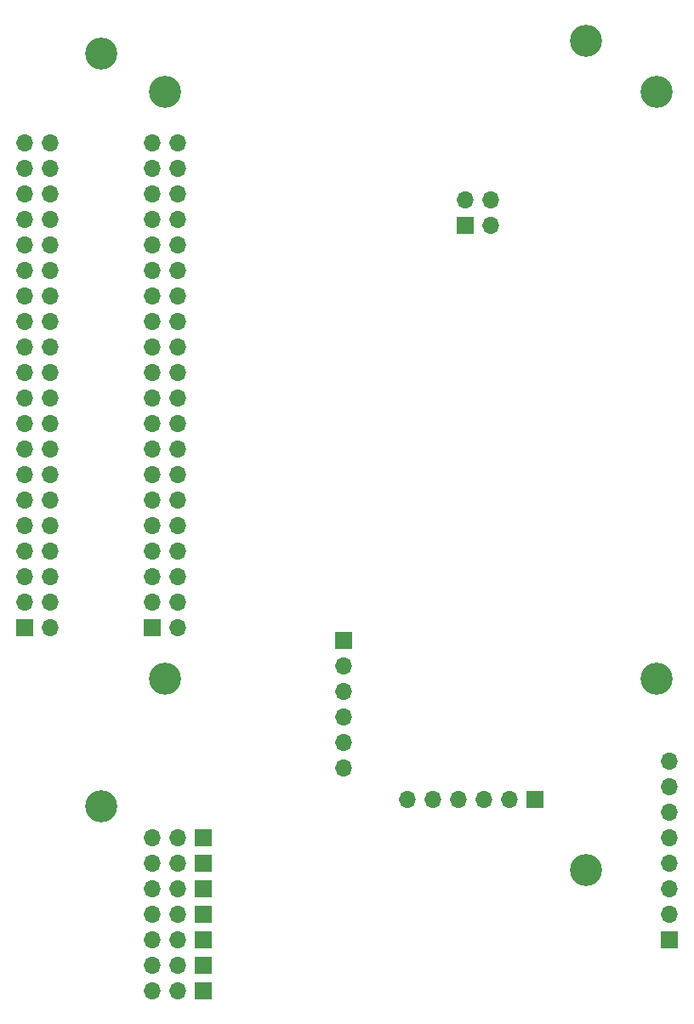
<source format=gts>
G04 #@! TF.FileFunction,Soldermask,Top*
%FSLAX46Y46*%
G04 Gerber Fmt 4.6, Leading zero omitted, Abs format (unit mm)*
G04 Created by KiCad (PCBNEW 4.0.7) date 06/01/18 16:45:32*
%MOMM*%
%LPD*%
G01*
G04 APERTURE LIST*
%ADD10C,0.100000*%
%ADD11C,3.200000*%
%ADD12R,1.700000X1.700000*%
%ADD13O,1.700000X1.700000*%
G04 APERTURE END LIST*
D10*
D11*
X184150000Y-59690000D03*
D12*
X139065000Y-144145000D03*
D13*
X136525000Y-144145000D03*
X133985000Y-144145000D03*
D12*
X185420000Y-144145000D03*
D13*
X185420000Y-141605000D03*
X185420000Y-139065000D03*
X185420000Y-136525000D03*
X185420000Y-133985000D03*
X185420000Y-131445000D03*
X185420000Y-128905000D03*
X185420000Y-126365000D03*
D12*
X133985000Y-113030000D03*
D13*
X136525000Y-113030000D03*
X133985000Y-110490000D03*
X136525000Y-110490000D03*
X133985000Y-107950000D03*
X136525000Y-107950000D03*
X133985000Y-105410000D03*
X136525000Y-105410000D03*
X133985000Y-102870000D03*
X136525000Y-102870000D03*
X133985000Y-100330000D03*
X136525000Y-100330000D03*
X133985000Y-97790000D03*
X136525000Y-97790000D03*
X133985000Y-95250000D03*
X136525000Y-95250000D03*
X133985000Y-92710000D03*
X136525000Y-92710000D03*
X133985000Y-90170000D03*
X136525000Y-90170000D03*
X133985000Y-87630000D03*
X136525000Y-87630000D03*
X133985000Y-85090000D03*
X136525000Y-85090000D03*
X133985000Y-82550000D03*
X136525000Y-82550000D03*
X133985000Y-80010000D03*
X136525000Y-80010000D03*
X133985000Y-77470000D03*
X136525000Y-77470000D03*
X133985000Y-74930000D03*
X136525000Y-74930000D03*
X133985000Y-72390000D03*
X136525000Y-72390000D03*
X133985000Y-69850000D03*
X136525000Y-69850000D03*
X133985000Y-67310000D03*
X136525000Y-67310000D03*
X133985000Y-64770000D03*
X136525000Y-64770000D03*
D12*
X139065000Y-133985000D03*
D13*
X136525000Y-133985000D03*
X133985000Y-133985000D03*
D12*
X139065000Y-136525000D03*
D13*
X136525000Y-136525000D03*
X133985000Y-136525000D03*
D12*
X139065000Y-139065000D03*
D13*
X136525000Y-139065000D03*
X133985000Y-139065000D03*
D12*
X139065000Y-141605000D03*
D13*
X136525000Y-141605000D03*
X133985000Y-141605000D03*
D12*
X139065000Y-146685000D03*
D13*
X136525000Y-146685000D03*
X133985000Y-146685000D03*
D12*
X153035000Y-114300000D03*
D13*
X153035000Y-116840000D03*
X153035000Y-119380000D03*
X153035000Y-121920000D03*
X153035000Y-124460000D03*
X153035000Y-127000000D03*
D12*
X172085000Y-130175000D03*
D13*
X169545000Y-130175000D03*
X167005000Y-130175000D03*
X164465000Y-130175000D03*
X161925000Y-130175000D03*
X159385000Y-130175000D03*
D12*
X165100000Y-73025000D03*
D13*
X167640000Y-73025000D03*
X165100000Y-70485000D03*
X167640000Y-70485000D03*
D11*
X128905000Y-55880000D03*
X135255000Y-59690000D03*
X135255000Y-118110000D03*
X184150000Y-118110000D03*
X177165000Y-137160000D03*
D12*
X139065000Y-149225000D03*
D13*
X136525000Y-149225000D03*
X133985000Y-149225000D03*
D12*
X121285000Y-113030000D03*
D13*
X123825000Y-113030000D03*
X121285000Y-110490000D03*
X123825000Y-110490000D03*
X121285000Y-107950000D03*
X123825000Y-107950000D03*
X121285000Y-105410000D03*
X123825000Y-105410000D03*
X121285000Y-102870000D03*
X123825000Y-102870000D03*
X121285000Y-100330000D03*
X123825000Y-100330000D03*
X121285000Y-97790000D03*
X123825000Y-97790000D03*
X121285000Y-95250000D03*
X123825000Y-95250000D03*
X121285000Y-92710000D03*
X123825000Y-92710000D03*
X121285000Y-90170000D03*
X123825000Y-90170000D03*
X121285000Y-87630000D03*
X123825000Y-87630000D03*
X121285000Y-85090000D03*
X123825000Y-85090000D03*
X121285000Y-82550000D03*
X123825000Y-82550000D03*
X121285000Y-80010000D03*
X123825000Y-80010000D03*
X121285000Y-77470000D03*
X123825000Y-77470000D03*
X121285000Y-74930000D03*
X123825000Y-74930000D03*
X121285000Y-72390000D03*
X123825000Y-72390000D03*
X121285000Y-69850000D03*
X123825000Y-69850000D03*
X121285000Y-67310000D03*
X123825000Y-67310000D03*
X121285000Y-64770000D03*
X123825000Y-64770000D03*
D11*
X128905000Y-130810000D03*
X177165000Y-54610000D03*
M02*

</source>
